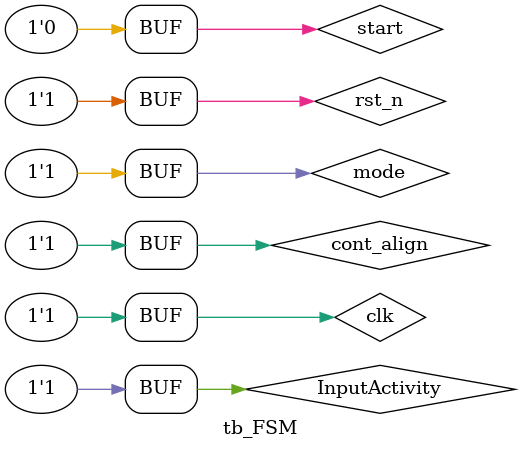
<source format=v>
`timescale 1ns / 1ps


module tb_FSM();

parameter PERIOD = 20;
parameter COUNTER_WIDTH = 8;
parameter DELAY_SIZE = 6;

parameter MANUAL=0;
parameter AUTO = 1;
// Input Signals

// Reset Signal
reg       rst_n;
reg       start;
reg       start_p;
reg       cont_align;
// Clock Signals
reg       clk;

// Outputs

//reg         ;
//reg         Error;

wire [8:0]state ;
reg [500:0]ascii;
reg InputActivity;
reg [7:0] Mdata_old;

wire [7:0] M_data;      // Samples from Master ISERDES
wire [7:0] S_data;      // Samples from Slave ISERDES

//reg [7:0] M_data_Out_Mod;      // Samples from Master ISERDES
//reg [7:0] S_data_Out_Mod;      // Samples from Slave ISERDES



//assign Mdata_old = 8'h80;
//reg [DELAY_SIZE-1:0] M_delay_val_In_Mod; // Master Delay Tap 
//reg [DELAY_SIZE-1:0] S_delay_val_In_Mod; // Slave Data Tap

reg mode;
reg [5:0]  M_delay_val_in;
reg [5:0]  S_delay_val_in;

wire [5:0]  M_delay_val;
wire [5:0]  S_delay_val;

wire [5:0]  M_delay_val_In_Mod;
wire [5:0]  S_delay_val_In_Mod;

//wire [4:0]  M_Pre_Tap;
//wire [4:0]  M_Post_Tap;
   
//wire [4:0]  S_Pre_Tap;
//wire [4:0]  S_Post_Tap;

wire [4:0]mtap_pre;
wire [4:0]mtap_post;

wire [4:0]stap_pre;
wire [4:0]stap_post;

reg [COUNTER_WIDTH-1:0] counter = {COUNTER_WIDTH{1'b0}};

always begin 
      
      #12.5 clk = 1'b0;
      #12.5 clk = 1'b1;
      end
     
initial
 begin
 rst_n=0;
 start=0;
 mode = AUTO;
 InputActivity = 1;
 
 #(PERIOD*5)      rst_n =       1;
 #(PERIOD*10)     start =       1;
 #(PERIOD*10)     start =       0;
 #(PERIOD*1000)   start =       1;
 #(PERIOD)        start =       0;
 #(PERIOD)        cont_align =  0;
 #(PERIOD)        cont_align =  1;
 
// #(PERIOD*1000)   mode = MANUAL;
// #(PERIOD*5)   M_delay_val_in = 31;
// #(PERIOD*5)   S_delay_val_in = 50;
 
// #(PERIOD*5)   M_delay_val_in = 33;
// #(PERIOD*5)   S_delay_val_in = 20;
 
// #(PERIOD*5)   M_delay_val_in = 62;
// #(PERIOD*5)   S_delay_val_in = 31;
  
  
 
 end

always @ (posedge clk)    
      if(~rst_n)
      start_p             <= 0;
      else start_p        <= start;

///////////////////////////////////////////// DATA_IN////////////////////////////////////////////////////////////
always @(posedge clk)
     if(~rst_n)
     counter<=0;
     else if (start & ~start_p)
     counter <=0;
     else  
        counter <= counter + 1;
                          
//always@(posedge clk)
//begin
                 
//case(counter[7:0])
//0:begin         M_data<=8'h03; S_data<=8'h00;end
//1:begin         M_data<=8'h03; S_data<=8'h01;end

////////////////////////////////////////////////// INSTANTIATION////////////////////////////////////////////////////////////
DPA_FSM FSM_INST(
        .rst_n(rst_n),
        .clk(clk),
    
        .M_data(M_data),
        .S_data(S_data),
        .start(start),
        .mode(mode),
        .cont_align(cont_align),
        .M_delay_val_in(M_delay_val_in),
        .S_delay_val_in(S_delay_val_in),
        .mtap_pre(mtap_pre),
        .mtap_post(mtap_post),
        .stap_pre(stap_pre),
        .stap_post(stap_post),
        .M_delay_val(M_delay_val),                  // Master Delay Tap OUTs
        .S_delay_val(S_delay_val), 
        .Locked(Locked),
        .Error(Error)
        );

/////////////////////////////////////////////////////////////////////////////////
DPA_TAPS_MODEL  DPA_TAPS_INST(

.rst_n(rst_n),
.clk(clk),

.M_delay_val_In_Mod(M_delay_val), // Master Delay Tap 
.S_delay_val_In_Mod(S_delay_val), // Slave Delay Tap   
    
.M_data_Out_Mod(M_data),
.S_data_Out_Mod(S_data)    
 );


///////////////////////////////////////////////////////////////////////////////////////////////////////////
        always@(*)
        case(state)
        1: ascii = "IDLE ";
        2: ascii = "LOOK_MISMATCH1 ";
        4: ascii = "LOOK_MATCH ";
        8: ascii = "LOOK_MISMATCH2";
        16: ascii = "M_DELAY_CENTRE";
        32: ascii = "FINAL_RES";
        endcase

endmodule

</source>
